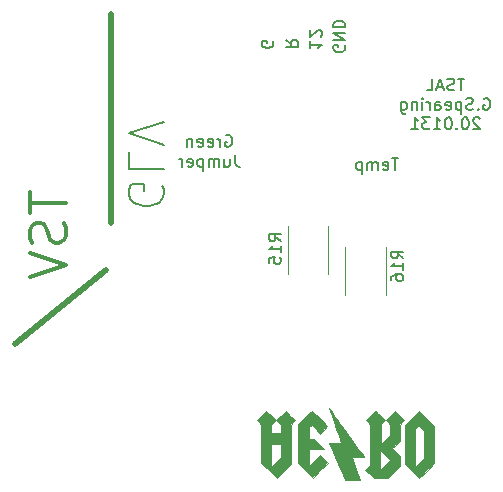
<source format=gbr>
G04 #@! TF.GenerationSoftware,KiCad,Pcbnew,5.1.5-52549c5~84~ubuntu18.04.1*
G04 #@! TF.CreationDate,2020-02-07T13:44:20-05:00*
G04 #@! TF.ProjectId,TSAL,5453414c-2e6b-4696-9361-645f70636258,rev?*
G04 #@! TF.SameCoordinates,Original*
G04 #@! TF.FileFunction,Legend,Bot*
G04 #@! TF.FilePolarity,Positive*
%FSLAX46Y46*%
G04 Gerber Fmt 4.6, Leading zero omitted, Abs format (unit mm)*
G04 Created by KiCad (PCBNEW 5.1.5-52549c5~84~ubuntu18.04.1) date 2020-02-07 13:44:20*
%MOMM*%
%LPD*%
G04 APERTURE LIST*
%ADD10C,0.200000*%
%ADD11C,0.150000*%
%ADD12C,0.300000*%
%ADD13C,0.500000*%
%ADD14C,0.010000*%
%ADD15C,0.120000*%
G04 APERTURE END LIST*
D10*
X168733333Y-98527380D02*
X168161904Y-98527380D01*
X168447619Y-99527380D02*
X168447619Y-98527380D01*
X167447619Y-99479761D02*
X167542857Y-99527380D01*
X167733333Y-99527380D01*
X167828571Y-99479761D01*
X167876190Y-99384523D01*
X167876190Y-99003571D01*
X167828571Y-98908333D01*
X167733333Y-98860714D01*
X167542857Y-98860714D01*
X167447619Y-98908333D01*
X167400000Y-99003571D01*
X167400000Y-99098809D01*
X167876190Y-99194047D01*
X166971428Y-99527380D02*
X166971428Y-98860714D01*
X166971428Y-98955952D02*
X166923809Y-98908333D01*
X166828571Y-98860714D01*
X166685714Y-98860714D01*
X166590476Y-98908333D01*
X166542857Y-99003571D01*
X166542857Y-99527380D01*
X166542857Y-99003571D02*
X166495238Y-98908333D01*
X166400000Y-98860714D01*
X166257142Y-98860714D01*
X166161904Y-98908333D01*
X166114285Y-99003571D01*
X166114285Y-99527380D01*
X165638095Y-98860714D02*
X165638095Y-99860714D01*
X165638095Y-98908333D02*
X165542857Y-98860714D01*
X165352380Y-98860714D01*
X165257142Y-98908333D01*
X165209523Y-98955952D01*
X165161904Y-99051190D01*
X165161904Y-99336904D01*
X165209523Y-99432142D01*
X165257142Y-99479761D01*
X165352380Y-99527380D01*
X165542857Y-99527380D01*
X165638095Y-99479761D01*
X154107142Y-96600000D02*
X154202380Y-96552380D01*
X154345238Y-96552380D01*
X154488095Y-96600000D01*
X154583333Y-96695238D01*
X154630952Y-96790476D01*
X154678571Y-96980952D01*
X154678571Y-97123809D01*
X154630952Y-97314285D01*
X154583333Y-97409523D01*
X154488095Y-97504761D01*
X154345238Y-97552380D01*
X154250000Y-97552380D01*
X154107142Y-97504761D01*
X154059523Y-97457142D01*
X154059523Y-97123809D01*
X154250000Y-97123809D01*
X153630952Y-97552380D02*
X153630952Y-96885714D01*
X153630952Y-97076190D02*
X153583333Y-96980952D01*
X153535714Y-96933333D01*
X153440476Y-96885714D01*
X153345238Y-96885714D01*
X152630952Y-97504761D02*
X152726190Y-97552380D01*
X152916666Y-97552380D01*
X153011904Y-97504761D01*
X153059523Y-97409523D01*
X153059523Y-97028571D01*
X153011904Y-96933333D01*
X152916666Y-96885714D01*
X152726190Y-96885714D01*
X152630952Y-96933333D01*
X152583333Y-97028571D01*
X152583333Y-97123809D01*
X153059523Y-97219047D01*
X151773809Y-97504761D02*
X151869047Y-97552380D01*
X152059523Y-97552380D01*
X152154761Y-97504761D01*
X152202380Y-97409523D01*
X152202380Y-97028571D01*
X152154761Y-96933333D01*
X152059523Y-96885714D01*
X151869047Y-96885714D01*
X151773809Y-96933333D01*
X151726190Y-97028571D01*
X151726190Y-97123809D01*
X152202380Y-97219047D01*
X151297619Y-96885714D02*
X151297619Y-97552380D01*
X151297619Y-96980952D02*
X151250000Y-96933333D01*
X151154761Y-96885714D01*
X151011904Y-96885714D01*
X150916666Y-96933333D01*
X150869047Y-97028571D01*
X150869047Y-97552380D01*
X154916666Y-98252380D02*
X154916666Y-98966666D01*
X154964285Y-99109523D01*
X155059523Y-99204761D01*
X155202380Y-99252380D01*
X155297619Y-99252380D01*
X154011904Y-98585714D02*
X154011904Y-99252380D01*
X154440476Y-98585714D02*
X154440476Y-99109523D01*
X154392857Y-99204761D01*
X154297619Y-99252380D01*
X154154761Y-99252380D01*
X154059523Y-99204761D01*
X154011904Y-99157142D01*
X153535714Y-99252380D02*
X153535714Y-98585714D01*
X153535714Y-98680952D02*
X153488095Y-98633333D01*
X153392857Y-98585714D01*
X153250000Y-98585714D01*
X153154761Y-98633333D01*
X153107142Y-98728571D01*
X153107142Y-99252380D01*
X153107142Y-98728571D02*
X153059523Y-98633333D01*
X152964285Y-98585714D01*
X152821428Y-98585714D01*
X152726190Y-98633333D01*
X152678571Y-98728571D01*
X152678571Y-99252380D01*
X152202380Y-98585714D02*
X152202380Y-99585714D01*
X152202380Y-98633333D02*
X152107142Y-98585714D01*
X151916666Y-98585714D01*
X151821428Y-98633333D01*
X151773809Y-98680952D01*
X151726190Y-98776190D01*
X151726190Y-99061904D01*
X151773809Y-99157142D01*
X151821428Y-99204761D01*
X151916666Y-99252380D01*
X152107142Y-99252380D01*
X152202380Y-99204761D01*
X150916666Y-99204761D02*
X151011904Y-99252380D01*
X151202380Y-99252380D01*
X151297619Y-99204761D01*
X151345238Y-99109523D01*
X151345238Y-98728571D01*
X151297619Y-98633333D01*
X151202380Y-98585714D01*
X151011904Y-98585714D01*
X150916666Y-98633333D01*
X150869047Y-98728571D01*
X150869047Y-98823809D01*
X151345238Y-98919047D01*
X150440476Y-99252380D02*
X150440476Y-98585714D01*
X150440476Y-98776190D02*
X150392857Y-98680952D01*
X150345238Y-98633333D01*
X150250000Y-98585714D01*
X150154761Y-98585714D01*
X164175000Y-88986904D02*
X164222619Y-89082142D01*
X164222619Y-89225000D01*
X164175000Y-89367857D01*
X164079761Y-89463095D01*
X163984523Y-89510714D01*
X163794047Y-89558333D01*
X163651190Y-89558333D01*
X163460714Y-89510714D01*
X163365476Y-89463095D01*
X163270238Y-89367857D01*
X163222619Y-89225000D01*
X163222619Y-89129761D01*
X163270238Y-88986904D01*
X163317857Y-88939285D01*
X163651190Y-88939285D01*
X163651190Y-89129761D01*
X163222619Y-88510714D02*
X164222619Y-88510714D01*
X163222619Y-87939285D01*
X164222619Y-87939285D01*
X163222619Y-87463095D02*
X164222619Y-87463095D01*
X164222619Y-87225000D01*
X164175000Y-87082142D01*
X164079761Y-86986904D01*
X163984523Y-86939285D01*
X163794047Y-86891666D01*
X163651190Y-86891666D01*
X163460714Y-86939285D01*
X163365476Y-86986904D01*
X163270238Y-87082142D01*
X163222619Y-87225000D01*
X163222619Y-87463095D01*
X161247619Y-88640476D02*
X161247619Y-89211904D01*
X161247619Y-88926190D02*
X162247619Y-88926190D01*
X162104761Y-89021428D01*
X162009523Y-89116666D01*
X161961904Y-89211904D01*
X162152380Y-88259523D02*
X162200000Y-88211904D01*
X162247619Y-88116666D01*
X162247619Y-87878571D01*
X162200000Y-87783333D01*
X162152380Y-87735714D01*
X162057142Y-87688095D01*
X161961904Y-87688095D01*
X161819047Y-87735714D01*
X161247619Y-88307142D01*
X161247619Y-87688095D01*
X159197619Y-88515476D02*
X159673809Y-88848809D01*
X159197619Y-89086904D02*
X160197619Y-89086904D01*
X160197619Y-88705952D01*
X160150000Y-88610714D01*
X160102380Y-88563095D01*
X160007142Y-88515476D01*
X159864285Y-88515476D01*
X159769047Y-88563095D01*
X159721428Y-88610714D01*
X159673809Y-88705952D01*
X159673809Y-89086904D01*
X158100000Y-88613095D02*
X158147619Y-88708333D01*
X158147619Y-88851190D01*
X158100000Y-88994047D01*
X158004761Y-89089285D01*
X157909523Y-89136904D01*
X157719047Y-89184523D01*
X157576190Y-89184523D01*
X157385714Y-89136904D01*
X157290476Y-89089285D01*
X157195238Y-88994047D01*
X157147619Y-88851190D01*
X157147619Y-88755952D01*
X157195238Y-88613095D01*
X157242857Y-88565476D01*
X157576190Y-88565476D01*
X157576190Y-88755952D01*
D11*
X174315238Y-91782380D02*
X173743809Y-91782380D01*
X174029523Y-92782380D02*
X174029523Y-91782380D01*
X173458095Y-92734761D02*
X173315238Y-92782380D01*
X173077142Y-92782380D01*
X172981904Y-92734761D01*
X172934285Y-92687142D01*
X172886666Y-92591904D01*
X172886666Y-92496666D01*
X172934285Y-92401428D01*
X172981904Y-92353809D01*
X173077142Y-92306190D01*
X173267619Y-92258571D01*
X173362857Y-92210952D01*
X173410476Y-92163333D01*
X173458095Y-92068095D01*
X173458095Y-91972857D01*
X173410476Y-91877619D01*
X173362857Y-91830000D01*
X173267619Y-91782380D01*
X173029523Y-91782380D01*
X172886666Y-91830000D01*
X172505714Y-92496666D02*
X172029523Y-92496666D01*
X172600952Y-92782380D02*
X172267619Y-91782380D01*
X171934285Y-92782380D01*
X171124761Y-92782380D02*
X171600952Y-92782380D01*
X171600952Y-91782380D01*
X175958095Y-93480000D02*
X176053333Y-93432380D01*
X176196190Y-93432380D01*
X176339047Y-93480000D01*
X176434285Y-93575238D01*
X176481904Y-93670476D01*
X176529523Y-93860952D01*
X176529523Y-94003809D01*
X176481904Y-94194285D01*
X176434285Y-94289523D01*
X176339047Y-94384761D01*
X176196190Y-94432380D01*
X176100952Y-94432380D01*
X175958095Y-94384761D01*
X175910476Y-94337142D01*
X175910476Y-94003809D01*
X176100952Y-94003809D01*
X175481904Y-94337142D02*
X175434285Y-94384761D01*
X175481904Y-94432380D01*
X175529523Y-94384761D01*
X175481904Y-94337142D01*
X175481904Y-94432380D01*
X175053333Y-94384761D02*
X174910476Y-94432380D01*
X174672380Y-94432380D01*
X174577142Y-94384761D01*
X174529523Y-94337142D01*
X174481904Y-94241904D01*
X174481904Y-94146666D01*
X174529523Y-94051428D01*
X174577142Y-94003809D01*
X174672380Y-93956190D01*
X174862857Y-93908571D01*
X174958095Y-93860952D01*
X175005714Y-93813333D01*
X175053333Y-93718095D01*
X175053333Y-93622857D01*
X175005714Y-93527619D01*
X174958095Y-93480000D01*
X174862857Y-93432380D01*
X174624761Y-93432380D01*
X174481904Y-93480000D01*
X174053333Y-93765714D02*
X174053333Y-94765714D01*
X174053333Y-93813333D02*
X173958095Y-93765714D01*
X173767619Y-93765714D01*
X173672380Y-93813333D01*
X173624761Y-93860952D01*
X173577142Y-93956190D01*
X173577142Y-94241904D01*
X173624761Y-94337142D01*
X173672380Y-94384761D01*
X173767619Y-94432380D01*
X173958095Y-94432380D01*
X174053333Y-94384761D01*
X172767619Y-94384761D02*
X172862857Y-94432380D01*
X173053333Y-94432380D01*
X173148571Y-94384761D01*
X173196190Y-94289523D01*
X173196190Y-93908571D01*
X173148571Y-93813333D01*
X173053333Y-93765714D01*
X172862857Y-93765714D01*
X172767619Y-93813333D01*
X172720000Y-93908571D01*
X172720000Y-94003809D01*
X173196190Y-94099047D01*
X171862857Y-94432380D02*
X171862857Y-93908571D01*
X171910476Y-93813333D01*
X172005714Y-93765714D01*
X172196190Y-93765714D01*
X172291428Y-93813333D01*
X171862857Y-94384761D02*
X171958095Y-94432380D01*
X172196190Y-94432380D01*
X172291428Y-94384761D01*
X172339047Y-94289523D01*
X172339047Y-94194285D01*
X172291428Y-94099047D01*
X172196190Y-94051428D01*
X171958095Y-94051428D01*
X171862857Y-94003809D01*
X171386666Y-94432380D02*
X171386666Y-93765714D01*
X171386666Y-93956190D02*
X171339047Y-93860952D01*
X171291428Y-93813333D01*
X171196190Y-93765714D01*
X171100952Y-93765714D01*
X170767619Y-94432380D02*
X170767619Y-93765714D01*
X170767619Y-93432380D02*
X170815238Y-93480000D01*
X170767619Y-93527619D01*
X170720000Y-93480000D01*
X170767619Y-93432380D01*
X170767619Y-93527619D01*
X170291428Y-93765714D02*
X170291428Y-94432380D01*
X170291428Y-93860952D02*
X170243809Y-93813333D01*
X170148571Y-93765714D01*
X170005714Y-93765714D01*
X169910476Y-93813333D01*
X169862857Y-93908571D01*
X169862857Y-94432380D01*
X168958095Y-93765714D02*
X168958095Y-94575238D01*
X169005714Y-94670476D01*
X169053333Y-94718095D01*
X169148571Y-94765714D01*
X169291428Y-94765714D01*
X169386666Y-94718095D01*
X168958095Y-94384761D02*
X169053333Y-94432380D01*
X169243809Y-94432380D01*
X169339047Y-94384761D01*
X169386666Y-94337142D01*
X169434285Y-94241904D01*
X169434285Y-93956190D01*
X169386666Y-93860952D01*
X169339047Y-93813333D01*
X169243809Y-93765714D01*
X169053333Y-93765714D01*
X168958095Y-93813333D01*
X175624761Y-95177619D02*
X175577142Y-95130000D01*
X175481904Y-95082380D01*
X175243809Y-95082380D01*
X175148571Y-95130000D01*
X175100952Y-95177619D01*
X175053333Y-95272857D01*
X175053333Y-95368095D01*
X175100952Y-95510952D01*
X175672380Y-96082380D01*
X175053333Y-96082380D01*
X174434285Y-95082380D02*
X174339047Y-95082380D01*
X174243809Y-95130000D01*
X174196190Y-95177619D01*
X174148571Y-95272857D01*
X174100952Y-95463333D01*
X174100952Y-95701428D01*
X174148571Y-95891904D01*
X174196190Y-95987142D01*
X174243809Y-96034761D01*
X174339047Y-96082380D01*
X174434285Y-96082380D01*
X174529523Y-96034761D01*
X174577142Y-95987142D01*
X174624761Y-95891904D01*
X174672380Y-95701428D01*
X174672380Y-95463333D01*
X174624761Y-95272857D01*
X174577142Y-95177619D01*
X174529523Y-95130000D01*
X174434285Y-95082380D01*
X173672380Y-95987142D02*
X173624761Y-96034761D01*
X173672380Y-96082380D01*
X173720000Y-96034761D01*
X173672380Y-95987142D01*
X173672380Y-96082380D01*
X173005714Y-95082380D02*
X172910476Y-95082380D01*
X172815238Y-95130000D01*
X172767619Y-95177619D01*
X172720000Y-95272857D01*
X172672380Y-95463333D01*
X172672380Y-95701428D01*
X172720000Y-95891904D01*
X172767619Y-95987142D01*
X172815238Y-96034761D01*
X172910476Y-96082380D01*
X173005714Y-96082380D01*
X173100952Y-96034761D01*
X173148571Y-95987142D01*
X173196190Y-95891904D01*
X173243809Y-95701428D01*
X173243809Y-95463333D01*
X173196190Y-95272857D01*
X173148571Y-95177619D01*
X173100952Y-95130000D01*
X173005714Y-95082380D01*
X171720000Y-96082380D02*
X172291428Y-96082380D01*
X172005714Y-96082380D02*
X172005714Y-95082380D01*
X172100952Y-95225238D01*
X172196190Y-95320476D01*
X172291428Y-95368095D01*
X171386666Y-95082380D02*
X170767619Y-95082380D01*
X171100952Y-95463333D01*
X170958095Y-95463333D01*
X170862857Y-95510952D01*
X170815238Y-95558571D01*
X170767619Y-95653809D01*
X170767619Y-95891904D01*
X170815238Y-95987142D01*
X170862857Y-96034761D01*
X170958095Y-96082380D01*
X171243809Y-96082380D01*
X171339047Y-96034761D01*
X171386666Y-95987142D01*
X169815238Y-96082380D02*
X170386666Y-96082380D01*
X170100952Y-96082380D02*
X170100952Y-95082380D01*
X170196190Y-95225238D01*
X170291428Y-95320476D01*
X170386666Y-95368095D01*
D10*
X148750000Y-100864285D02*
X148892857Y-101150000D01*
X148892857Y-101578571D01*
X148750000Y-102007142D01*
X148464285Y-102292857D01*
X148178571Y-102435714D01*
X147607142Y-102578571D01*
X147178571Y-102578571D01*
X146607142Y-102435714D01*
X146321428Y-102292857D01*
X146035714Y-102007142D01*
X145892857Y-101578571D01*
X145892857Y-101292857D01*
X146035714Y-100864285D01*
X146178571Y-100721428D01*
X147178571Y-100721428D01*
X147178571Y-101292857D01*
X145892857Y-98007142D02*
X145892857Y-99435714D01*
X148892857Y-99435714D01*
X148892857Y-97435714D02*
X145892857Y-96435714D01*
X148892857Y-95435714D01*
D12*
X137557142Y-101428571D02*
X137557142Y-103142857D01*
X140557142Y-102285714D02*
X137557142Y-102285714D01*
X140414285Y-104000000D02*
X140557142Y-104428571D01*
X140557142Y-105142857D01*
X140414285Y-105428571D01*
X140271428Y-105571428D01*
X139985714Y-105714285D01*
X139700000Y-105714285D01*
X139414285Y-105571428D01*
X139271428Y-105428571D01*
X139128571Y-105142857D01*
X138985714Y-104571428D01*
X138842857Y-104285714D01*
X138700000Y-104142857D01*
X138414285Y-104000000D01*
X138128571Y-104000000D01*
X137842857Y-104142857D01*
X137700000Y-104285714D01*
X137557142Y-104571428D01*
X137557142Y-105285714D01*
X137700000Y-105714285D01*
X137557142Y-106571428D02*
X140557142Y-107571428D01*
X137557142Y-108571428D01*
D13*
X144399000Y-104000000D02*
X144399000Y-86360000D01*
X136271000Y-114300000D02*
X144000000Y-108000000D01*
D14*
G36*
X171142292Y-125006606D02*
G01*
X171772038Y-124377588D01*
X171772038Y-121227408D01*
X170459332Y-119916066D01*
X169288016Y-121088904D01*
X169288016Y-121371375D01*
X170162672Y-121371375D01*
X170274987Y-121255496D01*
X170387301Y-121139616D01*
X170624849Y-121375344D01*
X170862397Y-121611071D01*
X170862397Y-123958337D01*
X170512534Y-124306887D01*
X170162672Y-124655436D01*
X170162672Y-121371375D01*
X169288016Y-121371375D01*
X169288016Y-124412595D01*
X169900281Y-125024110D01*
X170512545Y-125635624D01*
X171142292Y-125006606D01*
G37*
X171142292Y-125006606D02*
X171772038Y-124377588D01*
X171772038Y-121227408D01*
X170459332Y-119916066D01*
X169288016Y-121088904D01*
X169288016Y-121371375D01*
X170162672Y-121371375D01*
X170274987Y-121255496D01*
X170387301Y-121139616D01*
X170624849Y-121375344D01*
X170862397Y-121611071D01*
X170862397Y-123958337D01*
X170512534Y-124306887D01*
X170162672Y-124655436D01*
X170162672Y-121371375D01*
X169288016Y-121371375D01*
X169288016Y-124412595D01*
X169900281Y-125024110D01*
X170512545Y-125635624D01*
X171142292Y-125006606D01*
G36*
X168335094Y-125119879D02*
G01*
X168833195Y-124620887D01*
X168833195Y-123713505D01*
X168222357Y-123099823D01*
X168545269Y-122775563D01*
X168868182Y-122451302D01*
X168868182Y-121090354D01*
X169051166Y-120905069D01*
X169234149Y-120719783D01*
X168430096Y-119915730D01*
X167645312Y-120703306D01*
X167817904Y-120895730D01*
X167990497Y-121088154D01*
X167992011Y-121543572D01*
X167993526Y-121998989D01*
X167608678Y-122382644D01*
X167223829Y-122766300D01*
X167223829Y-121050537D01*
X167399146Y-120877856D01*
X167574464Y-120705175D01*
X167181053Y-120310645D01*
X167046179Y-120176740D01*
X166928343Y-120062307D01*
X166836396Y-119975738D01*
X166779184Y-119925423D01*
X166765023Y-119916116D01*
X166734378Y-119940142D01*
X166664426Y-120006496D01*
X166563856Y-120106588D01*
X166441358Y-120231829D01*
X166359510Y-120316976D01*
X165976618Y-120717836D01*
X166162896Y-120901800D01*
X166349173Y-121085764D01*
X166349173Y-123222657D01*
X167153857Y-123222657D01*
X167599759Y-123668560D01*
X168045662Y-124114463D01*
X167153857Y-125006268D01*
X167153857Y-123222657D01*
X166349173Y-123222657D01*
X166349173Y-124514775D01*
X166148879Y-124717182D01*
X165948585Y-124919588D01*
X166296914Y-125269229D01*
X166645244Y-125618870D01*
X167836993Y-125618870D01*
X168335094Y-125119879D01*
G37*
X168335094Y-125119879D02*
X168833195Y-124620887D01*
X168833195Y-123713505D01*
X168222357Y-123099823D01*
X168545269Y-122775563D01*
X168868182Y-122451302D01*
X168868182Y-121090354D01*
X169051166Y-120905069D01*
X169234149Y-120719783D01*
X168430096Y-119915730D01*
X167645312Y-120703306D01*
X167817904Y-120895730D01*
X167990497Y-121088154D01*
X167992011Y-121543572D01*
X167993526Y-121998989D01*
X167608678Y-122382644D01*
X167223829Y-122766300D01*
X167223829Y-121050537D01*
X167399146Y-120877856D01*
X167574464Y-120705175D01*
X167181053Y-120310645D01*
X167046179Y-120176740D01*
X166928343Y-120062307D01*
X166836396Y-119975738D01*
X166779184Y-119925423D01*
X166765023Y-119916116D01*
X166734378Y-119940142D01*
X166664426Y-120006496D01*
X166563856Y-120106588D01*
X166441358Y-120231829D01*
X166359510Y-120316976D01*
X165976618Y-120717836D01*
X166162896Y-120901800D01*
X166349173Y-121085764D01*
X166349173Y-123222657D01*
X167153857Y-123222657D01*
X167599759Y-123668560D01*
X168045662Y-124114463D01*
X167153857Y-125006268D01*
X167153857Y-123222657D01*
X166349173Y-123222657D01*
X166349173Y-124514775D01*
X166148879Y-124717182D01*
X165948585Y-124919588D01*
X166296914Y-125269229D01*
X166645244Y-125618870D01*
X167836993Y-125618870D01*
X168335094Y-125119879D01*
G36*
X162123136Y-124964321D02*
G01*
X162762039Y-124324717D01*
X162430765Y-123992060D01*
X162099492Y-123659403D01*
X161617859Y-124140114D01*
X161136226Y-124620826D01*
X161136226Y-123166909D01*
X161800537Y-123177118D01*
X162464849Y-123187328D01*
X162037219Y-122758746D01*
X161609590Y-122330165D01*
X161136226Y-122330165D01*
X161136226Y-121319126D01*
X161260933Y-121224006D01*
X161385641Y-121128887D01*
X161742411Y-121484442D01*
X162099180Y-121839998D01*
X162414803Y-121524375D01*
X162730425Y-121208752D01*
X162080845Y-120562434D01*
X161906340Y-120389413D01*
X161748292Y-120233875D01*
X161613385Y-120102303D01*
X161508304Y-120001179D01*
X161439732Y-119936988D01*
X161414546Y-119916116D01*
X161386135Y-119939795D01*
X161315585Y-120006200D01*
X161210039Y-120108384D01*
X161076639Y-120239398D01*
X160922526Y-120392296D01*
X160829699Y-120485028D01*
X160261570Y-121053940D01*
X160261570Y-124374396D01*
X160872902Y-124989160D01*
X161484234Y-125603925D01*
X162123136Y-124964321D01*
G37*
X162123136Y-124964321D02*
X162762039Y-124324717D01*
X162430765Y-123992060D01*
X162099492Y-123659403D01*
X161617859Y-124140114D01*
X161136226Y-124620826D01*
X161136226Y-123166909D01*
X161800537Y-123177118D01*
X162464849Y-123187328D01*
X162037219Y-122758746D01*
X161609590Y-122330165D01*
X161136226Y-122330165D01*
X161136226Y-121319126D01*
X161260933Y-121224006D01*
X161385641Y-121128887D01*
X161742411Y-121484442D01*
X162099180Y-121839998D01*
X162414803Y-121524375D01*
X162730425Y-121208752D01*
X162080845Y-120562434D01*
X161906340Y-120389413D01*
X161748292Y-120233875D01*
X161613385Y-120102303D01*
X161508304Y-120001179D01*
X161439732Y-119936988D01*
X161414546Y-119916116D01*
X161386135Y-119939795D01*
X161315585Y-120006200D01*
X161210039Y-120108384D01*
X161076639Y-120239398D01*
X160922526Y-120392296D01*
X160829699Y-120485028D01*
X160261570Y-121053940D01*
X160261570Y-124374396D01*
X160872902Y-124989160D01*
X161484234Y-125603925D01*
X162123136Y-124964321D01*
G36*
X159028661Y-125015012D02*
G01*
X159631818Y-124411116D01*
X159631818Y-121090354D01*
X159814802Y-120905069D01*
X159997786Y-120719783D01*
X159595759Y-120317757D01*
X159193733Y-119915730D01*
X158792654Y-120317950D01*
X158391576Y-120720170D01*
X158757162Y-121090354D01*
X158757162Y-121805372D01*
X157987465Y-121805372D01*
X157987465Y-121090354D01*
X158170449Y-120905069D01*
X158353433Y-120719783D01*
X157549380Y-119915730D01*
X156747224Y-120720170D01*
X156930016Y-120905262D01*
X157112810Y-121090354D01*
X157112810Y-122715014D01*
X157987465Y-122715014D01*
X158757162Y-122715014D01*
X158757162Y-123854010D01*
X158374087Y-124255380D01*
X157991011Y-124656749D01*
X157989238Y-123685881D01*
X157987465Y-122715014D01*
X157112810Y-122715014D01*
X157112810Y-124307578D01*
X157769157Y-124963243D01*
X158425505Y-125618909D01*
X159028661Y-125015012D01*
G37*
X159028661Y-125015012D02*
X159631818Y-124411116D01*
X159631818Y-121090354D01*
X159814802Y-120905069D01*
X159997786Y-120719783D01*
X159595759Y-120317757D01*
X159193733Y-119915730D01*
X158792654Y-120317950D01*
X158391576Y-120720170D01*
X158757162Y-121090354D01*
X158757162Y-121805372D01*
X157987465Y-121805372D01*
X157987465Y-121090354D01*
X158170449Y-120905069D01*
X158353433Y-120719783D01*
X157549380Y-119915730D01*
X156747224Y-120720170D01*
X156930016Y-120905262D01*
X157112810Y-121090354D01*
X157112810Y-122715014D01*
X157987465Y-122715014D01*
X158757162Y-122715014D01*
X158757162Y-123854010D01*
X158374087Y-124255380D01*
X157991011Y-124656749D01*
X157989238Y-123685881D01*
X157987465Y-122715014D01*
X157112810Y-122715014D01*
X157112810Y-124307578D01*
X157769157Y-124963243D01*
X158425505Y-125618909D01*
X159028661Y-125015012D01*
G36*
X165142149Y-124814187D02*
G01*
X164782940Y-123834573D01*
X165326576Y-123834573D01*
X165531642Y-123834154D01*
X165675832Y-123832139D01*
X165768241Y-123827389D01*
X165817965Y-123818766D01*
X165834100Y-123805131D01*
X165825739Y-123785346D01*
X165815711Y-123773347D01*
X165787708Y-123736527D01*
X165722995Y-123648463D01*
X165625622Y-123514785D01*
X165499640Y-123341123D01*
X165349100Y-123133107D01*
X165178052Y-122896367D01*
X164990547Y-122636534D01*
X164790636Y-122359237D01*
X164582370Y-122070107D01*
X164369800Y-121774773D01*
X164156975Y-121478866D01*
X163947947Y-121188015D01*
X163746767Y-120907852D01*
X163557485Y-120644005D01*
X163384153Y-120402105D01*
X163230819Y-120187783D01*
X163101537Y-120006667D01*
X163000355Y-119864389D01*
X162931326Y-119766578D01*
X162898499Y-119718864D01*
X162897780Y-119717735D01*
X162900543Y-119736326D01*
X162924309Y-119814791D01*
X162967011Y-119946944D01*
X163026583Y-120126598D01*
X163100959Y-120347569D01*
X163188072Y-120603668D01*
X163285855Y-120888712D01*
X163378841Y-121157858D01*
X163485724Y-121466449D01*
X163585231Y-121754115D01*
X163675085Y-122014243D01*
X163753006Y-122240222D01*
X163816718Y-122425440D01*
X163863942Y-122563284D01*
X163892401Y-122647142D01*
X163900138Y-122671013D01*
X163867177Y-122674164D01*
X163776394Y-122676834D01*
X163639941Y-122678814D01*
X163469966Y-122679892D01*
X163380214Y-122680027D01*
X162860291Y-122680027D01*
X163251051Y-123563430D01*
X163374594Y-123842997D01*
X163507933Y-124145195D01*
X163642710Y-124451053D01*
X163770569Y-124741600D01*
X163883154Y-124997865D01*
X163936848Y-125120317D01*
X164231883Y-125793801D01*
X165501357Y-125793801D01*
X165142149Y-124814187D01*
G37*
X165142149Y-124814187D02*
X164782940Y-123834573D01*
X165326576Y-123834573D01*
X165531642Y-123834154D01*
X165675832Y-123832139D01*
X165768241Y-123827389D01*
X165817965Y-123818766D01*
X165834100Y-123805131D01*
X165825739Y-123785346D01*
X165815711Y-123773347D01*
X165787708Y-123736527D01*
X165722995Y-123648463D01*
X165625622Y-123514785D01*
X165499640Y-123341123D01*
X165349100Y-123133107D01*
X165178052Y-122896367D01*
X164990547Y-122636534D01*
X164790636Y-122359237D01*
X164582370Y-122070107D01*
X164369800Y-121774773D01*
X164156975Y-121478866D01*
X163947947Y-121188015D01*
X163746767Y-120907852D01*
X163557485Y-120644005D01*
X163384153Y-120402105D01*
X163230819Y-120187783D01*
X163101537Y-120006667D01*
X163000355Y-119864389D01*
X162931326Y-119766578D01*
X162898499Y-119718864D01*
X162897780Y-119717735D01*
X162900543Y-119736326D01*
X162924309Y-119814791D01*
X162967011Y-119946944D01*
X163026583Y-120126598D01*
X163100959Y-120347569D01*
X163188072Y-120603668D01*
X163285855Y-120888712D01*
X163378841Y-121157858D01*
X163485724Y-121466449D01*
X163585231Y-121754115D01*
X163675085Y-122014243D01*
X163753006Y-122240222D01*
X163816718Y-122425440D01*
X163863942Y-122563284D01*
X163892401Y-122647142D01*
X163900138Y-122671013D01*
X163867177Y-122674164D01*
X163776394Y-122676834D01*
X163639941Y-122678814D01*
X163469966Y-122679892D01*
X163380214Y-122680027D01*
X162860291Y-122680027D01*
X163251051Y-123563430D01*
X163374594Y-123842997D01*
X163507933Y-124145195D01*
X163642710Y-124451053D01*
X163770569Y-124741600D01*
X163883154Y-124997865D01*
X163936848Y-125120317D01*
X164231883Y-125793801D01*
X165501357Y-125793801D01*
X165142149Y-124814187D01*
D15*
X167660000Y-106047936D02*
X167660000Y-110152064D01*
X164240000Y-106047936D02*
X164240000Y-110152064D01*
X162810000Y-104247936D02*
X162810000Y-108352064D01*
X159390000Y-104247936D02*
X159390000Y-108352064D01*
D11*
X169152380Y-107007142D02*
X168676190Y-106673809D01*
X169152380Y-106435714D02*
X168152380Y-106435714D01*
X168152380Y-106816666D01*
X168200000Y-106911904D01*
X168247619Y-106959523D01*
X168342857Y-107007142D01*
X168485714Y-107007142D01*
X168580952Y-106959523D01*
X168628571Y-106911904D01*
X168676190Y-106816666D01*
X168676190Y-106435714D01*
X169152380Y-107959523D02*
X169152380Y-107388095D01*
X169152380Y-107673809D02*
X168152380Y-107673809D01*
X168295238Y-107578571D01*
X168390476Y-107483333D01*
X168438095Y-107388095D01*
X168152380Y-108816666D02*
X168152380Y-108626190D01*
X168200000Y-108530952D01*
X168247619Y-108483333D01*
X168390476Y-108388095D01*
X168580952Y-108340476D01*
X168961904Y-108340476D01*
X169057142Y-108388095D01*
X169104761Y-108435714D01*
X169152380Y-108530952D01*
X169152380Y-108721428D01*
X169104761Y-108816666D01*
X169057142Y-108864285D01*
X168961904Y-108911904D01*
X168723809Y-108911904D01*
X168628571Y-108864285D01*
X168580952Y-108816666D01*
X168533333Y-108721428D01*
X168533333Y-108530952D01*
X168580952Y-108435714D01*
X168628571Y-108388095D01*
X168723809Y-108340476D01*
X158802380Y-105557142D02*
X158326190Y-105223809D01*
X158802380Y-104985714D02*
X157802380Y-104985714D01*
X157802380Y-105366666D01*
X157850000Y-105461904D01*
X157897619Y-105509523D01*
X157992857Y-105557142D01*
X158135714Y-105557142D01*
X158230952Y-105509523D01*
X158278571Y-105461904D01*
X158326190Y-105366666D01*
X158326190Y-104985714D01*
X158802380Y-106509523D02*
X158802380Y-105938095D01*
X158802380Y-106223809D02*
X157802380Y-106223809D01*
X157945238Y-106128571D01*
X158040476Y-106033333D01*
X158088095Y-105938095D01*
X157802380Y-107414285D02*
X157802380Y-106938095D01*
X158278571Y-106890476D01*
X158230952Y-106938095D01*
X158183333Y-107033333D01*
X158183333Y-107271428D01*
X158230952Y-107366666D01*
X158278571Y-107414285D01*
X158373809Y-107461904D01*
X158611904Y-107461904D01*
X158707142Y-107414285D01*
X158754761Y-107366666D01*
X158802380Y-107271428D01*
X158802380Y-107033333D01*
X158754761Y-106938095D01*
X158707142Y-106890476D01*
M02*

</source>
